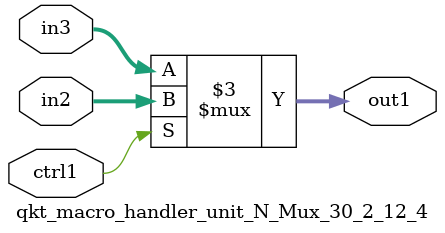
<source format=v>

`timescale 1ps / 1ps


module qkt_macro_handler_unit_N_Mux_30_2_12_4( in3, in2, ctrl1, out1 );

    input [29:0] in3;
    input [29:0] in2;
    input ctrl1;
    output [29:0] out1;
    reg [29:0] out1;

    
    // rtl_process:qkt_macro_handler_unit_N_Mux_30_2_12_4/qkt_macro_handler_unit_N_Mux_30_2_12_4_thread_1
    always @*
      begin : qkt_macro_handler_unit_N_Mux_30_2_12_4_thread_1
        case (ctrl1) 
          1'b1: 
            begin
              out1 = in2;
            end
          default: 
            begin
              out1 = in3;
            end
        endcase
      end

endmodule





</source>
